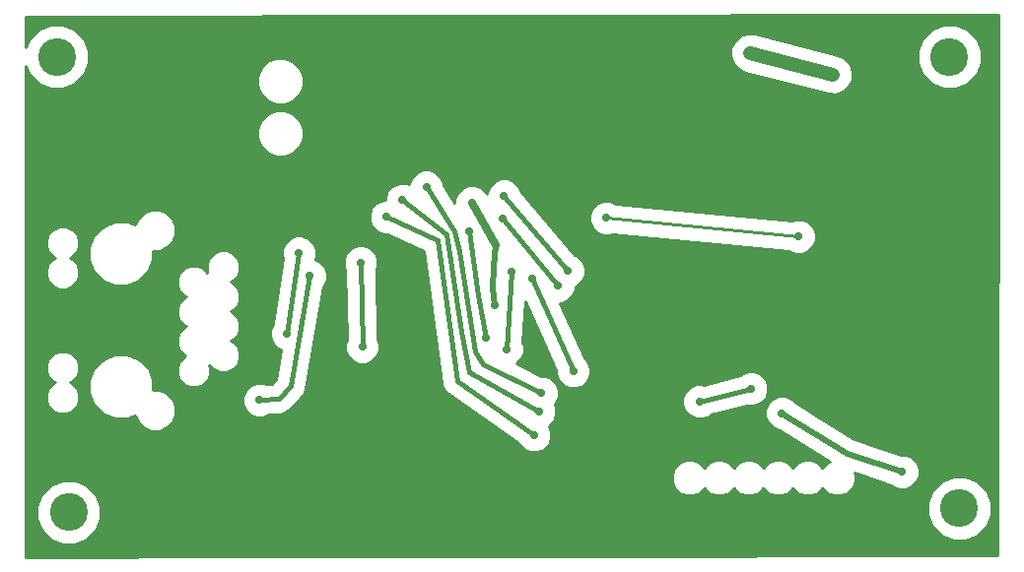
<source format=gbl>
G04 (created by PCBNEW (2013-08-24 BZR 4298)-stable) date Wed 06 Nov 2013 10:08:36 PM PST*
%MOIN*%
G04 Gerber Fmt 3.4, Leading zero omitted, Abs format*
%FSLAX34Y34*%
G01*
G70*
G90*
G04 APERTURE LIST*
%ADD10C,0.005906*%
%ADD11C,0.023622*%
%ADD12R,0.098400X0.098400*%
%ADD13C,0.127953*%
%ADD14C,0.027559*%
%ADD15C,0.027559*%
%ADD16C,0.019685*%
%ADD17C,0.047244*%
%ADD18C,0.015748*%
%ADD19C,0.009843*%
%ADD20C,0.039370*%
%ADD21C,0.010000*%
G04 APERTURE END LIST*
G54D10*
G54D11*
X26618Y-42019D03*
X26318Y-41719D03*
X26318Y-42319D03*
X26918Y-41719D03*
X26918Y-42319D03*
G54D12*
X26618Y-42019D03*
G54D13*
X14500Y-33779D03*
X44685Y-33779D03*
X45019Y-49074D03*
X14900Y-49200D03*
G54D14*
X28543Y-38716D03*
X29300Y-42200D03*
X29330Y-40153D03*
X37952Y-33661D03*
X40744Y-34385D03*
X24834Y-43602D03*
X24779Y-40755D03*
X39590Y-39870D03*
X33090Y-39240D03*
X29019Y-43311D03*
X28437Y-39708D03*
X30566Y-41304D03*
X31968Y-44429D03*
X23787Y-43562D03*
X30779Y-47940D03*
X42547Y-48905D03*
X35295Y-46799D03*
X40271Y-43110D03*
X40334Y-40948D03*
X31480Y-39437D03*
X21759Y-39488D03*
X15200Y-37444D03*
X25881Y-37251D03*
X43090Y-47834D03*
X39027Y-45846D03*
X30637Y-46586D03*
X25649Y-39208D03*
X30814Y-45787D03*
X26188Y-38641D03*
X30889Y-45165D03*
X27000Y-38192D03*
X29877Y-41062D03*
X29716Y-43681D03*
X29629Y-38488D03*
X31783Y-41031D03*
X36240Y-45452D03*
X37980Y-45019D03*
X22696Y-40425D03*
X22291Y-43153D03*
X21358Y-45409D03*
X23055Y-41204D03*
X31456Y-41543D03*
X29566Y-39271D03*
G54D15*
X28543Y-38716D02*
X29330Y-40153D01*
G54D16*
X29271Y-40905D02*
X29330Y-40153D01*
X29251Y-41620D02*
X29271Y-40905D01*
X29300Y-42200D02*
X29251Y-41620D01*
G54D17*
X37952Y-33661D02*
X40744Y-34385D01*
G54D18*
X24779Y-40755D02*
X24834Y-43602D01*
G54D19*
X39590Y-39870D02*
X33090Y-39240D01*
G54D18*
X29019Y-43311D02*
X28744Y-41854D01*
X28744Y-41854D02*
X28437Y-39708D01*
X31968Y-44429D02*
X30566Y-41304D01*
G54D15*
X23787Y-43562D02*
X23787Y-43574D01*
G54D20*
X42547Y-48905D02*
X42547Y-48885D01*
G54D18*
X35295Y-46799D02*
X35326Y-46814D01*
G54D19*
X40334Y-40948D02*
X40334Y-40940D01*
G54D15*
X21759Y-39488D02*
X21759Y-39468D01*
G54D20*
X15200Y-37444D02*
X15220Y-37444D01*
X25870Y-37240D02*
X25866Y-37240D01*
X25881Y-37251D02*
X25870Y-37240D01*
G54D16*
X41251Y-47232D02*
X43090Y-47834D01*
X39027Y-45846D02*
X41251Y-47232D01*
G54D18*
X30637Y-46586D02*
X28035Y-44775D01*
X28035Y-44775D02*
X27389Y-40003D01*
X27389Y-40003D02*
X25649Y-39208D01*
X30814Y-45787D02*
X28456Y-44476D01*
X28456Y-44476D02*
X28177Y-43094D01*
X27685Y-39807D02*
X26188Y-38641D01*
X28177Y-43094D02*
X27685Y-39807D01*
X30889Y-45165D02*
X28901Y-44208D01*
X28901Y-44208D02*
X28633Y-43751D01*
X28633Y-43751D02*
X28098Y-40362D01*
X27940Y-39696D02*
X27000Y-38192D01*
X28098Y-40362D02*
X27940Y-39696D01*
X29877Y-41062D02*
X29716Y-43681D01*
X31783Y-41031D02*
X29629Y-38488D01*
X36240Y-45452D02*
X37980Y-45019D01*
X22291Y-43153D02*
X22696Y-40425D01*
X22011Y-45358D02*
X21358Y-45409D01*
X22409Y-44940D02*
X22011Y-45358D01*
X23055Y-41204D02*
X22409Y-44940D01*
X29566Y-39271D02*
X31456Y-41543D01*
G54D10*
G36*
X46349Y-32353D02*
X46308Y-50658D01*
X46103Y-50659D01*
X46103Y-48860D01*
X45938Y-48461D01*
X45768Y-48291D01*
X45768Y-33564D01*
X45604Y-33166D01*
X45299Y-32861D01*
X44901Y-32696D01*
X44470Y-32695D01*
X44072Y-32860D01*
X43767Y-33164D01*
X43601Y-33563D01*
X43601Y-33994D01*
X43765Y-34392D01*
X44070Y-34697D01*
X44468Y-34862D01*
X44899Y-34863D01*
X45297Y-34698D01*
X45603Y-34394D01*
X45768Y-33995D01*
X45768Y-33564D01*
X45768Y-48291D01*
X45634Y-48156D01*
X45236Y-47991D01*
X44805Y-47991D01*
X44406Y-48155D01*
X44101Y-48460D01*
X43936Y-48858D01*
X43936Y-49289D01*
X44100Y-49687D01*
X44405Y-49992D01*
X44803Y-50158D01*
X45234Y-50158D01*
X45632Y-49993D01*
X45937Y-49689D01*
X46102Y-49291D01*
X46103Y-48860D01*
X46103Y-50659D01*
X43672Y-50663D01*
X43672Y-47719D01*
X43583Y-47505D01*
X43420Y-47341D01*
X43206Y-47253D01*
X43056Y-47253D01*
X41483Y-46737D01*
X41417Y-46696D01*
X41417Y-34291D01*
X41330Y-34041D01*
X41153Y-33843D01*
X40914Y-33727D01*
X38123Y-33003D01*
X37858Y-32988D01*
X37608Y-33075D01*
X37410Y-33251D01*
X37294Y-33490D01*
X37279Y-33755D01*
X37366Y-34006D01*
X37543Y-34204D01*
X37781Y-34319D01*
X40573Y-35043D01*
X40838Y-35059D01*
X41088Y-34971D01*
X41286Y-34795D01*
X41402Y-34556D01*
X41417Y-34291D01*
X41417Y-46696D01*
X40172Y-45920D01*
X40172Y-39754D01*
X40083Y-39541D01*
X39920Y-39377D01*
X39706Y-39288D01*
X39475Y-39288D01*
X39386Y-39325D01*
X33419Y-38747D01*
X33206Y-38658D01*
X32975Y-38658D01*
X32761Y-38746D01*
X32597Y-38910D01*
X32509Y-39123D01*
X32508Y-39355D01*
X32597Y-39569D01*
X32760Y-39732D01*
X32974Y-39821D01*
X33205Y-39821D01*
X33295Y-39784D01*
X39261Y-40363D01*
X39474Y-40451D01*
X39705Y-40451D01*
X39919Y-40363D01*
X40083Y-40199D01*
X40171Y-39986D01*
X40172Y-39754D01*
X40172Y-45920D01*
X39514Y-45510D01*
X39357Y-45353D01*
X39143Y-45265D01*
X38912Y-45264D01*
X38698Y-45353D01*
X38561Y-45489D01*
X38561Y-44904D01*
X38473Y-44690D01*
X38310Y-44527D01*
X38096Y-44438D01*
X37865Y-44438D01*
X37651Y-44526D01*
X37602Y-44575D01*
X36377Y-44880D01*
X36356Y-44871D01*
X36124Y-44871D01*
X35911Y-44959D01*
X35747Y-45122D01*
X35658Y-45336D01*
X35658Y-45567D01*
X35746Y-45781D01*
X35910Y-45945D01*
X36123Y-46034D01*
X36355Y-46034D01*
X36569Y-45946D01*
X36618Y-45897D01*
X37842Y-45592D01*
X37864Y-45601D01*
X38095Y-45601D01*
X38309Y-45512D01*
X38472Y-45349D01*
X38561Y-45135D01*
X38561Y-44904D01*
X38561Y-45489D01*
X38534Y-45516D01*
X38446Y-45730D01*
X38445Y-45961D01*
X38534Y-46175D01*
X38697Y-46339D01*
X38911Y-46427D01*
X38935Y-46427D01*
X40639Y-47489D01*
X40552Y-47525D01*
X40394Y-47682D01*
X40235Y-47524D01*
X40014Y-47431D01*
X39774Y-47431D01*
X39552Y-47523D01*
X39394Y-47680D01*
X39239Y-47526D01*
X39018Y-47433D01*
X38778Y-47433D01*
X38556Y-47525D01*
X38398Y-47682D01*
X38239Y-47524D01*
X38018Y-47431D01*
X37778Y-47431D01*
X37556Y-47523D01*
X37398Y-47680D01*
X37243Y-47526D01*
X37022Y-47433D01*
X36782Y-47433D01*
X36560Y-47525D01*
X36402Y-47682D01*
X36243Y-47524D01*
X36022Y-47431D01*
X35782Y-47431D01*
X35560Y-47523D01*
X35390Y-47693D01*
X35297Y-47914D01*
X35297Y-48155D01*
X35389Y-48377D01*
X35559Y-48546D01*
X35780Y-48639D01*
X36021Y-48639D01*
X36243Y-48547D01*
X36400Y-48390D01*
X36559Y-48548D01*
X36780Y-48641D01*
X37021Y-48641D01*
X37243Y-48549D01*
X37400Y-48392D01*
X37555Y-48546D01*
X37776Y-48639D01*
X38017Y-48639D01*
X38239Y-48547D01*
X38396Y-48390D01*
X38555Y-48548D01*
X38776Y-48641D01*
X39017Y-48641D01*
X39239Y-48549D01*
X39396Y-48392D01*
X39551Y-48546D01*
X39772Y-48639D01*
X40013Y-48639D01*
X40235Y-48547D01*
X40392Y-48390D01*
X40551Y-48548D01*
X40772Y-48641D01*
X41013Y-48641D01*
X41235Y-48549D01*
X41405Y-48379D01*
X41497Y-48158D01*
X41497Y-47917D01*
X41480Y-47877D01*
X42715Y-48282D01*
X42760Y-48327D01*
X42974Y-48416D01*
X43205Y-48416D01*
X43419Y-48327D01*
X43583Y-48164D01*
X43671Y-47950D01*
X43672Y-47719D01*
X43672Y-50663D01*
X32550Y-50683D01*
X32550Y-44313D01*
X32461Y-44100D01*
X32337Y-43976D01*
X31507Y-42124D01*
X31571Y-42124D01*
X31785Y-42036D01*
X31949Y-41873D01*
X32038Y-41659D01*
X32038Y-41555D01*
X32112Y-41524D01*
X32276Y-41361D01*
X32364Y-41147D01*
X32365Y-40916D01*
X32276Y-40702D01*
X32113Y-40538D01*
X32017Y-40498D01*
X30206Y-38360D01*
X30123Y-38159D01*
X29959Y-37995D01*
X29746Y-37906D01*
X29514Y-37906D01*
X29300Y-37994D01*
X29137Y-38158D01*
X29048Y-38372D01*
X29048Y-38416D01*
X29036Y-38387D01*
X28873Y-38223D01*
X28659Y-38135D01*
X28428Y-38134D01*
X28214Y-38223D01*
X28050Y-38386D01*
X27961Y-38600D01*
X27961Y-38745D01*
X27581Y-38137D01*
X27581Y-38077D01*
X27493Y-37863D01*
X27329Y-37700D01*
X27116Y-37611D01*
X26884Y-37611D01*
X26671Y-37699D01*
X26507Y-37863D01*
X26418Y-38076D01*
X26418Y-38107D01*
X26305Y-38060D01*
X26073Y-38060D01*
X25860Y-38148D01*
X25696Y-38311D01*
X25607Y-38525D01*
X25607Y-38627D01*
X25534Y-38627D01*
X25320Y-38715D01*
X25156Y-38878D01*
X25068Y-39092D01*
X25068Y-39323D01*
X25156Y-39537D01*
X25319Y-39701D01*
X25533Y-39790D01*
X25665Y-39790D01*
X26910Y-40359D01*
X27517Y-44845D01*
X27521Y-44856D01*
X27521Y-44867D01*
X27554Y-44952D01*
X27583Y-45038D01*
X27591Y-45046D01*
X27595Y-45057D01*
X27658Y-45123D01*
X27718Y-45191D01*
X27729Y-45196D01*
X27737Y-45204D01*
X30123Y-46865D01*
X30144Y-46915D01*
X30307Y-47079D01*
X30521Y-47168D01*
X30752Y-47168D01*
X30966Y-47079D01*
X31130Y-46916D01*
X31219Y-46702D01*
X31219Y-46471D01*
X31141Y-46281D01*
X31143Y-46280D01*
X31307Y-46117D01*
X31396Y-45903D01*
X31396Y-45672D01*
X31340Y-45536D01*
X31382Y-45495D01*
X31471Y-45281D01*
X31471Y-45050D01*
X31383Y-44836D01*
X31219Y-44672D01*
X31005Y-44583D01*
X30886Y-44583D01*
X30039Y-44176D01*
X30045Y-44174D01*
X30209Y-44010D01*
X30297Y-43797D01*
X30298Y-43565D01*
X30253Y-43458D01*
X30339Y-42073D01*
X31387Y-44409D01*
X31386Y-44544D01*
X31475Y-44758D01*
X31638Y-44921D01*
X31852Y-45010D01*
X32083Y-45010D01*
X32297Y-44922D01*
X32461Y-44758D01*
X32549Y-44545D01*
X32550Y-44313D01*
X32550Y-50683D01*
X25416Y-50696D01*
X25416Y-43487D01*
X25351Y-43331D01*
X25306Y-41002D01*
X25360Y-40872D01*
X25361Y-40640D01*
X25272Y-40426D01*
X25109Y-40263D01*
X24895Y-40174D01*
X24664Y-40174D01*
X24450Y-40262D01*
X24286Y-40426D01*
X24198Y-40639D01*
X24197Y-40871D01*
X24262Y-41026D01*
X24307Y-43355D01*
X24253Y-43486D01*
X24253Y-43717D01*
X24341Y-43931D01*
X24504Y-44095D01*
X24718Y-44183D01*
X24949Y-44183D01*
X25163Y-44095D01*
X25327Y-43932D01*
X25416Y-43718D01*
X25416Y-43487D01*
X25416Y-50696D01*
X23636Y-50699D01*
X23636Y-41089D01*
X23548Y-40875D01*
X23384Y-40712D01*
X23233Y-40649D01*
X23278Y-40541D01*
X23278Y-40310D01*
X23190Y-40096D01*
X23026Y-39932D01*
X22845Y-39857D01*
X22845Y-36223D01*
X22845Y-34451D01*
X22727Y-34165D01*
X22508Y-33946D01*
X22222Y-33827D01*
X21912Y-33827D01*
X21626Y-33945D01*
X21407Y-34164D01*
X21288Y-34450D01*
X21288Y-34760D01*
X21406Y-35046D01*
X21625Y-35265D01*
X21911Y-35384D01*
X22221Y-35384D01*
X22507Y-35266D01*
X22726Y-35047D01*
X22844Y-34761D01*
X22845Y-34451D01*
X22845Y-36223D01*
X22727Y-35937D01*
X22508Y-35718D01*
X22222Y-35599D01*
X21912Y-35599D01*
X21626Y-35717D01*
X21407Y-35936D01*
X21288Y-36222D01*
X21288Y-36532D01*
X21406Y-36818D01*
X21625Y-37037D01*
X21911Y-37156D01*
X22221Y-37156D01*
X22507Y-37038D01*
X22726Y-36819D01*
X22844Y-36533D01*
X22845Y-36223D01*
X22845Y-39857D01*
X22813Y-39843D01*
X22581Y-39843D01*
X22367Y-39931D01*
X22204Y-40095D01*
X22115Y-40309D01*
X22115Y-40540D01*
X22141Y-40604D01*
X21814Y-42807D01*
X21798Y-42823D01*
X21709Y-43037D01*
X21709Y-43268D01*
X21798Y-43482D01*
X21961Y-43646D01*
X22093Y-43701D01*
X21921Y-44695D01*
X21771Y-44853D01*
X21572Y-44868D01*
X21474Y-44828D01*
X21243Y-44827D01*
X21029Y-44916D01*
X20865Y-45079D01*
X20776Y-45293D01*
X20776Y-45524D01*
X20865Y-45738D01*
X21028Y-45902D01*
X21242Y-45990D01*
X21473Y-45991D01*
X21672Y-45908D01*
X22052Y-45879D01*
X22137Y-45855D01*
X22223Y-45835D01*
X22235Y-45827D01*
X22248Y-45823D01*
X22318Y-45769D01*
X22390Y-45718D01*
X22787Y-45301D01*
X22815Y-45257D01*
X22851Y-45220D01*
X22869Y-45172D01*
X22896Y-45129D01*
X22905Y-45078D01*
X22924Y-45029D01*
X23524Y-41558D01*
X23547Y-41534D01*
X23636Y-41320D01*
X23636Y-41089D01*
X23636Y-50699D01*
X20687Y-50704D01*
X20687Y-43785D01*
X20602Y-43578D01*
X20444Y-43420D01*
X20391Y-43398D01*
X20443Y-43377D01*
X20601Y-43219D01*
X20687Y-43013D01*
X20687Y-42789D01*
X20602Y-42582D01*
X20444Y-42424D01*
X20386Y-42400D01*
X20443Y-42377D01*
X20601Y-42219D01*
X20687Y-42013D01*
X20687Y-41789D01*
X20602Y-41582D01*
X20444Y-41424D01*
X20386Y-41400D01*
X20443Y-41377D01*
X20601Y-41219D01*
X20687Y-41013D01*
X20687Y-40789D01*
X20602Y-40582D01*
X20444Y-40424D01*
X20238Y-40339D01*
X20014Y-40338D01*
X19808Y-40424D01*
X19649Y-40582D01*
X19564Y-40788D01*
X19564Y-41012D01*
X19593Y-41084D01*
X19444Y-40934D01*
X19238Y-40849D01*
X19014Y-40848D01*
X18808Y-40934D01*
X18649Y-41092D01*
X18564Y-41298D01*
X18564Y-41522D01*
X18649Y-41728D01*
X18807Y-41886D01*
X18865Y-41910D01*
X18808Y-41934D01*
X18649Y-42092D01*
X18564Y-42298D01*
X18564Y-42522D01*
X18649Y-42728D01*
X18807Y-42886D01*
X18865Y-42910D01*
X18808Y-42934D01*
X18649Y-43092D01*
X18564Y-43298D01*
X18564Y-43522D01*
X18649Y-43728D01*
X18807Y-43886D01*
X18860Y-43908D01*
X18808Y-43930D01*
X18649Y-44088D01*
X18564Y-44294D01*
X18564Y-44518D01*
X18649Y-44724D01*
X18807Y-44882D01*
X19013Y-44968D01*
X19237Y-44968D01*
X19443Y-44883D01*
X19601Y-44725D01*
X19687Y-44519D01*
X19687Y-44295D01*
X19658Y-44223D01*
X19807Y-44372D01*
X20013Y-44458D01*
X20237Y-44458D01*
X20443Y-44373D01*
X20601Y-44215D01*
X20687Y-44009D01*
X20687Y-43785D01*
X20687Y-50704D01*
X18526Y-50708D01*
X18526Y-45611D01*
X18526Y-39513D01*
X18420Y-39255D01*
X18223Y-39058D01*
X17966Y-38952D01*
X17688Y-38951D01*
X17430Y-39058D01*
X17234Y-39254D01*
X17144Y-39471D01*
X16894Y-39367D01*
X16463Y-39367D01*
X16065Y-39531D01*
X15760Y-39836D01*
X15594Y-40234D01*
X15594Y-40665D01*
X15758Y-41063D01*
X16063Y-41368D01*
X16461Y-41534D01*
X16892Y-41534D01*
X17290Y-41369D01*
X17595Y-41065D01*
X17761Y-40667D01*
X17761Y-40351D01*
X17965Y-40351D01*
X18222Y-40245D01*
X18419Y-40048D01*
X18526Y-39791D01*
X18526Y-39513D01*
X18526Y-45611D01*
X18420Y-45354D01*
X18223Y-45157D01*
X17966Y-45050D01*
X17761Y-45050D01*
X17761Y-44736D01*
X17597Y-44337D01*
X17292Y-44032D01*
X16894Y-43867D01*
X16463Y-43867D01*
X16065Y-44031D01*
X15760Y-44336D01*
X15594Y-44734D01*
X15594Y-45165D01*
X15758Y-45563D01*
X16063Y-45868D01*
X16461Y-46034D01*
X16892Y-46034D01*
X17144Y-45930D01*
X17233Y-46145D01*
X17429Y-46342D01*
X17687Y-46449D01*
X17965Y-46449D01*
X18222Y-46343D01*
X18419Y-46146D01*
X18526Y-45889D01*
X18526Y-45611D01*
X18526Y-50708D01*
X15983Y-50713D01*
X15983Y-48985D01*
X15819Y-48587D01*
X15514Y-48282D01*
X15258Y-48175D01*
X15258Y-45197D01*
X15173Y-44991D01*
X15015Y-44833D01*
X14957Y-44809D01*
X15014Y-44785D01*
X15172Y-44627D01*
X15258Y-44421D01*
X15258Y-44197D01*
X15258Y-40981D01*
X15173Y-40774D01*
X15015Y-40616D01*
X14957Y-40592D01*
X15014Y-40569D01*
X15172Y-40411D01*
X15258Y-40204D01*
X15258Y-39981D01*
X15173Y-39774D01*
X15015Y-39616D01*
X14809Y-39530D01*
X14585Y-39530D01*
X14379Y-39615D01*
X14220Y-39773D01*
X14135Y-39980D01*
X14134Y-40203D01*
X14220Y-40410D01*
X14378Y-40568D01*
X14435Y-40592D01*
X14379Y-40615D01*
X14220Y-40773D01*
X14135Y-40980D01*
X14134Y-41203D01*
X14220Y-41410D01*
X14378Y-41568D01*
X14584Y-41654D01*
X14808Y-41654D01*
X15014Y-41569D01*
X15172Y-41411D01*
X15258Y-41204D01*
X15258Y-40981D01*
X15258Y-44197D01*
X15173Y-43991D01*
X15015Y-43833D01*
X14809Y-43747D01*
X14585Y-43747D01*
X14379Y-43832D01*
X14220Y-43990D01*
X14135Y-44196D01*
X14134Y-44420D01*
X14220Y-44626D01*
X14378Y-44785D01*
X14435Y-44809D01*
X14379Y-44832D01*
X14220Y-44990D01*
X14135Y-45196D01*
X14134Y-45420D01*
X14220Y-45626D01*
X14378Y-45785D01*
X14584Y-45870D01*
X14808Y-45870D01*
X15014Y-45785D01*
X15172Y-45627D01*
X15258Y-45421D01*
X15258Y-45197D01*
X15258Y-48175D01*
X15116Y-48116D01*
X14685Y-48116D01*
X14287Y-48280D01*
X13982Y-48585D01*
X13816Y-48983D01*
X13816Y-49414D01*
X13980Y-49812D01*
X14285Y-50117D01*
X14683Y-50283D01*
X15114Y-50283D01*
X15512Y-50119D01*
X15817Y-49814D01*
X15983Y-49416D01*
X15983Y-48985D01*
X15983Y-50713D01*
X13455Y-50717D01*
X13455Y-34088D01*
X13580Y-34392D01*
X13885Y-34697D01*
X14283Y-34862D01*
X14714Y-34863D01*
X15112Y-34698D01*
X15417Y-34394D01*
X15583Y-33995D01*
X15583Y-33564D01*
X15419Y-33166D01*
X15114Y-32861D01*
X14716Y-32696D01*
X14285Y-32695D01*
X13887Y-32860D01*
X13582Y-33164D01*
X13455Y-33469D01*
X13455Y-32431D01*
X45128Y-32353D01*
X46349Y-32353D01*
X46349Y-32353D01*
G37*
G54D21*
X46349Y-32353D02*
X46308Y-50658D01*
X46103Y-50659D01*
X46103Y-48860D01*
X45938Y-48461D01*
X45768Y-48291D01*
X45768Y-33564D01*
X45604Y-33166D01*
X45299Y-32861D01*
X44901Y-32696D01*
X44470Y-32695D01*
X44072Y-32860D01*
X43767Y-33164D01*
X43601Y-33563D01*
X43601Y-33994D01*
X43765Y-34392D01*
X44070Y-34697D01*
X44468Y-34862D01*
X44899Y-34863D01*
X45297Y-34698D01*
X45603Y-34394D01*
X45768Y-33995D01*
X45768Y-33564D01*
X45768Y-48291D01*
X45634Y-48156D01*
X45236Y-47991D01*
X44805Y-47991D01*
X44406Y-48155D01*
X44101Y-48460D01*
X43936Y-48858D01*
X43936Y-49289D01*
X44100Y-49687D01*
X44405Y-49992D01*
X44803Y-50158D01*
X45234Y-50158D01*
X45632Y-49993D01*
X45937Y-49689D01*
X46102Y-49291D01*
X46103Y-48860D01*
X46103Y-50659D01*
X43672Y-50663D01*
X43672Y-47719D01*
X43583Y-47505D01*
X43420Y-47341D01*
X43206Y-47253D01*
X43056Y-47253D01*
X41483Y-46737D01*
X41417Y-46696D01*
X41417Y-34291D01*
X41330Y-34041D01*
X41153Y-33843D01*
X40914Y-33727D01*
X38123Y-33003D01*
X37858Y-32988D01*
X37608Y-33075D01*
X37410Y-33251D01*
X37294Y-33490D01*
X37279Y-33755D01*
X37366Y-34006D01*
X37543Y-34204D01*
X37781Y-34319D01*
X40573Y-35043D01*
X40838Y-35059D01*
X41088Y-34971D01*
X41286Y-34795D01*
X41402Y-34556D01*
X41417Y-34291D01*
X41417Y-46696D01*
X40172Y-45920D01*
X40172Y-39754D01*
X40083Y-39541D01*
X39920Y-39377D01*
X39706Y-39288D01*
X39475Y-39288D01*
X39386Y-39325D01*
X33419Y-38747D01*
X33206Y-38658D01*
X32975Y-38658D01*
X32761Y-38746D01*
X32597Y-38910D01*
X32509Y-39123D01*
X32508Y-39355D01*
X32597Y-39569D01*
X32760Y-39732D01*
X32974Y-39821D01*
X33205Y-39821D01*
X33295Y-39784D01*
X39261Y-40363D01*
X39474Y-40451D01*
X39705Y-40451D01*
X39919Y-40363D01*
X40083Y-40199D01*
X40171Y-39986D01*
X40172Y-39754D01*
X40172Y-45920D01*
X39514Y-45510D01*
X39357Y-45353D01*
X39143Y-45265D01*
X38912Y-45264D01*
X38698Y-45353D01*
X38561Y-45489D01*
X38561Y-44904D01*
X38473Y-44690D01*
X38310Y-44527D01*
X38096Y-44438D01*
X37865Y-44438D01*
X37651Y-44526D01*
X37602Y-44575D01*
X36377Y-44880D01*
X36356Y-44871D01*
X36124Y-44871D01*
X35911Y-44959D01*
X35747Y-45122D01*
X35658Y-45336D01*
X35658Y-45567D01*
X35746Y-45781D01*
X35910Y-45945D01*
X36123Y-46034D01*
X36355Y-46034D01*
X36569Y-45946D01*
X36618Y-45897D01*
X37842Y-45592D01*
X37864Y-45601D01*
X38095Y-45601D01*
X38309Y-45512D01*
X38472Y-45349D01*
X38561Y-45135D01*
X38561Y-44904D01*
X38561Y-45489D01*
X38534Y-45516D01*
X38446Y-45730D01*
X38445Y-45961D01*
X38534Y-46175D01*
X38697Y-46339D01*
X38911Y-46427D01*
X38935Y-46427D01*
X40639Y-47489D01*
X40552Y-47525D01*
X40394Y-47682D01*
X40235Y-47524D01*
X40014Y-47431D01*
X39774Y-47431D01*
X39552Y-47523D01*
X39394Y-47680D01*
X39239Y-47526D01*
X39018Y-47433D01*
X38778Y-47433D01*
X38556Y-47525D01*
X38398Y-47682D01*
X38239Y-47524D01*
X38018Y-47431D01*
X37778Y-47431D01*
X37556Y-47523D01*
X37398Y-47680D01*
X37243Y-47526D01*
X37022Y-47433D01*
X36782Y-47433D01*
X36560Y-47525D01*
X36402Y-47682D01*
X36243Y-47524D01*
X36022Y-47431D01*
X35782Y-47431D01*
X35560Y-47523D01*
X35390Y-47693D01*
X35297Y-47914D01*
X35297Y-48155D01*
X35389Y-48377D01*
X35559Y-48546D01*
X35780Y-48639D01*
X36021Y-48639D01*
X36243Y-48547D01*
X36400Y-48390D01*
X36559Y-48548D01*
X36780Y-48641D01*
X37021Y-48641D01*
X37243Y-48549D01*
X37400Y-48392D01*
X37555Y-48546D01*
X37776Y-48639D01*
X38017Y-48639D01*
X38239Y-48547D01*
X38396Y-48390D01*
X38555Y-48548D01*
X38776Y-48641D01*
X39017Y-48641D01*
X39239Y-48549D01*
X39396Y-48392D01*
X39551Y-48546D01*
X39772Y-48639D01*
X40013Y-48639D01*
X40235Y-48547D01*
X40392Y-48390D01*
X40551Y-48548D01*
X40772Y-48641D01*
X41013Y-48641D01*
X41235Y-48549D01*
X41405Y-48379D01*
X41497Y-48158D01*
X41497Y-47917D01*
X41480Y-47877D01*
X42715Y-48282D01*
X42760Y-48327D01*
X42974Y-48416D01*
X43205Y-48416D01*
X43419Y-48327D01*
X43583Y-48164D01*
X43671Y-47950D01*
X43672Y-47719D01*
X43672Y-50663D01*
X32550Y-50683D01*
X32550Y-44313D01*
X32461Y-44100D01*
X32337Y-43976D01*
X31507Y-42124D01*
X31571Y-42124D01*
X31785Y-42036D01*
X31949Y-41873D01*
X32038Y-41659D01*
X32038Y-41555D01*
X32112Y-41524D01*
X32276Y-41361D01*
X32364Y-41147D01*
X32365Y-40916D01*
X32276Y-40702D01*
X32113Y-40538D01*
X32017Y-40498D01*
X30206Y-38360D01*
X30123Y-38159D01*
X29959Y-37995D01*
X29746Y-37906D01*
X29514Y-37906D01*
X29300Y-37994D01*
X29137Y-38158D01*
X29048Y-38372D01*
X29048Y-38416D01*
X29036Y-38387D01*
X28873Y-38223D01*
X28659Y-38135D01*
X28428Y-38134D01*
X28214Y-38223D01*
X28050Y-38386D01*
X27961Y-38600D01*
X27961Y-38745D01*
X27581Y-38137D01*
X27581Y-38077D01*
X27493Y-37863D01*
X27329Y-37700D01*
X27116Y-37611D01*
X26884Y-37611D01*
X26671Y-37699D01*
X26507Y-37863D01*
X26418Y-38076D01*
X26418Y-38107D01*
X26305Y-38060D01*
X26073Y-38060D01*
X25860Y-38148D01*
X25696Y-38311D01*
X25607Y-38525D01*
X25607Y-38627D01*
X25534Y-38627D01*
X25320Y-38715D01*
X25156Y-38878D01*
X25068Y-39092D01*
X25068Y-39323D01*
X25156Y-39537D01*
X25319Y-39701D01*
X25533Y-39790D01*
X25665Y-39790D01*
X26910Y-40359D01*
X27517Y-44845D01*
X27521Y-44856D01*
X27521Y-44867D01*
X27554Y-44952D01*
X27583Y-45038D01*
X27591Y-45046D01*
X27595Y-45057D01*
X27658Y-45123D01*
X27718Y-45191D01*
X27729Y-45196D01*
X27737Y-45204D01*
X30123Y-46865D01*
X30144Y-46915D01*
X30307Y-47079D01*
X30521Y-47168D01*
X30752Y-47168D01*
X30966Y-47079D01*
X31130Y-46916D01*
X31219Y-46702D01*
X31219Y-46471D01*
X31141Y-46281D01*
X31143Y-46280D01*
X31307Y-46117D01*
X31396Y-45903D01*
X31396Y-45672D01*
X31340Y-45536D01*
X31382Y-45495D01*
X31471Y-45281D01*
X31471Y-45050D01*
X31383Y-44836D01*
X31219Y-44672D01*
X31005Y-44583D01*
X30886Y-44583D01*
X30039Y-44176D01*
X30045Y-44174D01*
X30209Y-44010D01*
X30297Y-43797D01*
X30298Y-43565D01*
X30253Y-43458D01*
X30339Y-42073D01*
X31387Y-44409D01*
X31386Y-44544D01*
X31475Y-44758D01*
X31638Y-44921D01*
X31852Y-45010D01*
X32083Y-45010D01*
X32297Y-44922D01*
X32461Y-44758D01*
X32549Y-44545D01*
X32550Y-44313D01*
X32550Y-50683D01*
X25416Y-50696D01*
X25416Y-43487D01*
X25351Y-43331D01*
X25306Y-41002D01*
X25360Y-40872D01*
X25361Y-40640D01*
X25272Y-40426D01*
X25109Y-40263D01*
X24895Y-40174D01*
X24664Y-40174D01*
X24450Y-40262D01*
X24286Y-40426D01*
X24198Y-40639D01*
X24197Y-40871D01*
X24262Y-41026D01*
X24307Y-43355D01*
X24253Y-43486D01*
X24253Y-43717D01*
X24341Y-43931D01*
X24504Y-44095D01*
X24718Y-44183D01*
X24949Y-44183D01*
X25163Y-44095D01*
X25327Y-43932D01*
X25416Y-43718D01*
X25416Y-43487D01*
X25416Y-50696D01*
X23636Y-50699D01*
X23636Y-41089D01*
X23548Y-40875D01*
X23384Y-40712D01*
X23233Y-40649D01*
X23278Y-40541D01*
X23278Y-40310D01*
X23190Y-40096D01*
X23026Y-39932D01*
X22845Y-39857D01*
X22845Y-36223D01*
X22845Y-34451D01*
X22727Y-34165D01*
X22508Y-33946D01*
X22222Y-33827D01*
X21912Y-33827D01*
X21626Y-33945D01*
X21407Y-34164D01*
X21288Y-34450D01*
X21288Y-34760D01*
X21406Y-35046D01*
X21625Y-35265D01*
X21911Y-35384D01*
X22221Y-35384D01*
X22507Y-35266D01*
X22726Y-35047D01*
X22844Y-34761D01*
X22845Y-34451D01*
X22845Y-36223D01*
X22727Y-35937D01*
X22508Y-35718D01*
X22222Y-35599D01*
X21912Y-35599D01*
X21626Y-35717D01*
X21407Y-35936D01*
X21288Y-36222D01*
X21288Y-36532D01*
X21406Y-36818D01*
X21625Y-37037D01*
X21911Y-37156D01*
X22221Y-37156D01*
X22507Y-37038D01*
X22726Y-36819D01*
X22844Y-36533D01*
X22845Y-36223D01*
X22845Y-39857D01*
X22813Y-39843D01*
X22581Y-39843D01*
X22367Y-39931D01*
X22204Y-40095D01*
X22115Y-40309D01*
X22115Y-40540D01*
X22141Y-40604D01*
X21814Y-42807D01*
X21798Y-42823D01*
X21709Y-43037D01*
X21709Y-43268D01*
X21798Y-43482D01*
X21961Y-43646D01*
X22093Y-43701D01*
X21921Y-44695D01*
X21771Y-44853D01*
X21572Y-44868D01*
X21474Y-44828D01*
X21243Y-44827D01*
X21029Y-44916D01*
X20865Y-45079D01*
X20776Y-45293D01*
X20776Y-45524D01*
X20865Y-45738D01*
X21028Y-45902D01*
X21242Y-45990D01*
X21473Y-45991D01*
X21672Y-45908D01*
X22052Y-45879D01*
X22137Y-45855D01*
X22223Y-45835D01*
X22235Y-45827D01*
X22248Y-45823D01*
X22318Y-45769D01*
X22390Y-45718D01*
X22787Y-45301D01*
X22815Y-45257D01*
X22851Y-45220D01*
X22869Y-45172D01*
X22896Y-45129D01*
X22905Y-45078D01*
X22924Y-45029D01*
X23524Y-41558D01*
X23547Y-41534D01*
X23636Y-41320D01*
X23636Y-41089D01*
X23636Y-50699D01*
X20687Y-50704D01*
X20687Y-43785D01*
X20602Y-43578D01*
X20444Y-43420D01*
X20391Y-43398D01*
X20443Y-43377D01*
X20601Y-43219D01*
X20687Y-43013D01*
X20687Y-42789D01*
X20602Y-42582D01*
X20444Y-42424D01*
X20386Y-42400D01*
X20443Y-42377D01*
X20601Y-42219D01*
X20687Y-42013D01*
X20687Y-41789D01*
X20602Y-41582D01*
X20444Y-41424D01*
X20386Y-41400D01*
X20443Y-41377D01*
X20601Y-41219D01*
X20687Y-41013D01*
X20687Y-40789D01*
X20602Y-40582D01*
X20444Y-40424D01*
X20238Y-40339D01*
X20014Y-40338D01*
X19808Y-40424D01*
X19649Y-40582D01*
X19564Y-40788D01*
X19564Y-41012D01*
X19593Y-41084D01*
X19444Y-40934D01*
X19238Y-40849D01*
X19014Y-40848D01*
X18808Y-40934D01*
X18649Y-41092D01*
X18564Y-41298D01*
X18564Y-41522D01*
X18649Y-41728D01*
X18807Y-41886D01*
X18865Y-41910D01*
X18808Y-41934D01*
X18649Y-42092D01*
X18564Y-42298D01*
X18564Y-42522D01*
X18649Y-42728D01*
X18807Y-42886D01*
X18865Y-42910D01*
X18808Y-42934D01*
X18649Y-43092D01*
X18564Y-43298D01*
X18564Y-43522D01*
X18649Y-43728D01*
X18807Y-43886D01*
X18860Y-43908D01*
X18808Y-43930D01*
X18649Y-44088D01*
X18564Y-44294D01*
X18564Y-44518D01*
X18649Y-44724D01*
X18807Y-44882D01*
X19013Y-44968D01*
X19237Y-44968D01*
X19443Y-44883D01*
X19601Y-44725D01*
X19687Y-44519D01*
X19687Y-44295D01*
X19658Y-44223D01*
X19807Y-44372D01*
X20013Y-44458D01*
X20237Y-44458D01*
X20443Y-44373D01*
X20601Y-44215D01*
X20687Y-44009D01*
X20687Y-43785D01*
X20687Y-50704D01*
X18526Y-50708D01*
X18526Y-45611D01*
X18526Y-39513D01*
X18420Y-39255D01*
X18223Y-39058D01*
X17966Y-38952D01*
X17688Y-38951D01*
X17430Y-39058D01*
X17234Y-39254D01*
X17144Y-39471D01*
X16894Y-39367D01*
X16463Y-39367D01*
X16065Y-39531D01*
X15760Y-39836D01*
X15594Y-40234D01*
X15594Y-40665D01*
X15758Y-41063D01*
X16063Y-41368D01*
X16461Y-41534D01*
X16892Y-41534D01*
X17290Y-41369D01*
X17595Y-41065D01*
X17761Y-40667D01*
X17761Y-40351D01*
X17965Y-40351D01*
X18222Y-40245D01*
X18419Y-40048D01*
X18526Y-39791D01*
X18526Y-39513D01*
X18526Y-45611D01*
X18420Y-45354D01*
X18223Y-45157D01*
X17966Y-45050D01*
X17761Y-45050D01*
X17761Y-44736D01*
X17597Y-44337D01*
X17292Y-44032D01*
X16894Y-43867D01*
X16463Y-43867D01*
X16065Y-44031D01*
X15760Y-44336D01*
X15594Y-44734D01*
X15594Y-45165D01*
X15758Y-45563D01*
X16063Y-45868D01*
X16461Y-46034D01*
X16892Y-46034D01*
X17144Y-45930D01*
X17233Y-46145D01*
X17429Y-46342D01*
X17687Y-46449D01*
X17965Y-46449D01*
X18222Y-46343D01*
X18419Y-46146D01*
X18526Y-45889D01*
X18526Y-45611D01*
X18526Y-50708D01*
X15983Y-50713D01*
X15983Y-48985D01*
X15819Y-48587D01*
X15514Y-48282D01*
X15258Y-48175D01*
X15258Y-45197D01*
X15173Y-44991D01*
X15015Y-44833D01*
X14957Y-44809D01*
X15014Y-44785D01*
X15172Y-44627D01*
X15258Y-44421D01*
X15258Y-44197D01*
X15258Y-40981D01*
X15173Y-40774D01*
X15015Y-40616D01*
X14957Y-40592D01*
X15014Y-40569D01*
X15172Y-40411D01*
X15258Y-40204D01*
X15258Y-39981D01*
X15173Y-39774D01*
X15015Y-39616D01*
X14809Y-39530D01*
X14585Y-39530D01*
X14379Y-39615D01*
X14220Y-39773D01*
X14135Y-39980D01*
X14134Y-40203D01*
X14220Y-40410D01*
X14378Y-40568D01*
X14435Y-40592D01*
X14379Y-40615D01*
X14220Y-40773D01*
X14135Y-40980D01*
X14134Y-41203D01*
X14220Y-41410D01*
X14378Y-41568D01*
X14584Y-41654D01*
X14808Y-41654D01*
X15014Y-41569D01*
X15172Y-41411D01*
X15258Y-41204D01*
X15258Y-40981D01*
X15258Y-44197D01*
X15173Y-43991D01*
X15015Y-43833D01*
X14809Y-43747D01*
X14585Y-43747D01*
X14379Y-43832D01*
X14220Y-43990D01*
X14135Y-44196D01*
X14134Y-44420D01*
X14220Y-44626D01*
X14378Y-44785D01*
X14435Y-44809D01*
X14379Y-44832D01*
X14220Y-44990D01*
X14135Y-45196D01*
X14134Y-45420D01*
X14220Y-45626D01*
X14378Y-45785D01*
X14584Y-45870D01*
X14808Y-45870D01*
X15014Y-45785D01*
X15172Y-45627D01*
X15258Y-45421D01*
X15258Y-45197D01*
X15258Y-48175D01*
X15116Y-48116D01*
X14685Y-48116D01*
X14287Y-48280D01*
X13982Y-48585D01*
X13816Y-48983D01*
X13816Y-49414D01*
X13980Y-49812D01*
X14285Y-50117D01*
X14683Y-50283D01*
X15114Y-50283D01*
X15512Y-50119D01*
X15817Y-49814D01*
X15983Y-49416D01*
X15983Y-48985D01*
X15983Y-50713D01*
X13455Y-50717D01*
X13455Y-34088D01*
X13580Y-34392D01*
X13885Y-34697D01*
X14283Y-34862D01*
X14714Y-34863D01*
X15112Y-34698D01*
X15417Y-34394D01*
X15583Y-33995D01*
X15583Y-33564D01*
X15419Y-33166D01*
X15114Y-32861D01*
X14716Y-32696D01*
X14285Y-32695D01*
X13887Y-32860D01*
X13582Y-33164D01*
X13455Y-33469D01*
X13455Y-32431D01*
X45128Y-32353D01*
X46349Y-32353D01*
M02*

</source>
